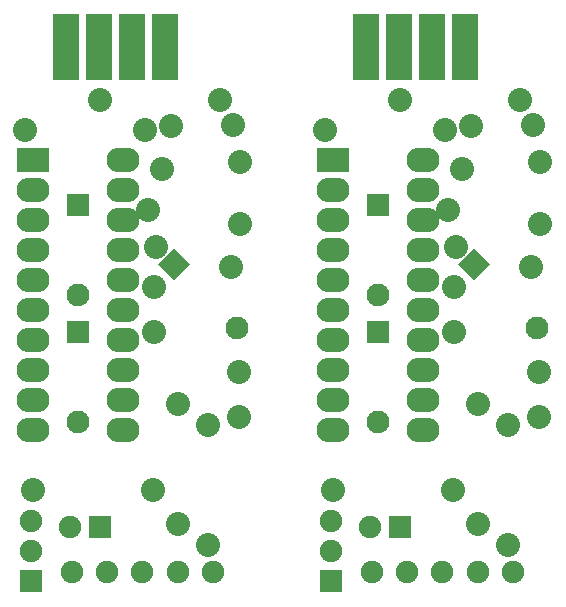
<source format=gbs>
G04 (created by PCBNEW-RS274X (2011-05-25)-stable) date Fri 31 Aug 2012 09:10:07 AM CDT*
G01*
G70*
G90*
%MOIN*%
G04 Gerber Fmt 3.4, Leading zero omitted, Abs format*
%FSLAX34Y34*%
G04 APERTURE LIST*
%ADD10C,0.006000*%
%ADD11C,0.075000*%
%ADD12C,0.080000*%
%ADD13R,0.110000X0.082000*%
%ADD14O,0.110000X0.082000*%
%ADD15R,0.090000X0.220000*%
%ADD16R,0.076000X0.076000*%
%ADD17C,0.076000*%
%ADD18R,0.075000X0.075000*%
G04 APERTURE END LIST*
G54D10*
G54D11*
X15581Y-18500D03*
X14400Y-18500D03*
X13219Y-18500D03*
X12038Y-18500D03*
X16762Y-18500D03*
G54D12*
X10500Y-03750D03*
X14500Y-03750D03*
X14750Y-15750D03*
X10750Y-15750D03*
X15600Y-16900D03*
X15600Y-12900D03*
X16600Y-17600D03*
X16600Y-13600D03*
X17614Y-13314D03*
X14786Y-10486D03*
X17614Y-11814D03*
X14786Y-08986D03*
X17347Y-08338D03*
X15053Y-05062D03*
X17664Y-04836D03*
X14836Y-07664D03*
X17647Y-06888D03*
X15353Y-03612D03*
X17414Y-03586D03*
X14586Y-06414D03*
X17000Y-02750D03*
X13000Y-02750D03*
G54D13*
X10750Y-04750D03*
G54D14*
X10750Y-05750D03*
X10750Y-06750D03*
X10750Y-07750D03*
X10750Y-08750D03*
X10750Y-09750D03*
X10750Y-10750D03*
X10750Y-11750D03*
X10750Y-12750D03*
X10750Y-13750D03*
X13750Y-13750D03*
X13750Y-12750D03*
X13750Y-11750D03*
X13750Y-10750D03*
X13750Y-09750D03*
X13750Y-08750D03*
X13750Y-07750D03*
X13750Y-06750D03*
X13750Y-05750D03*
X13750Y-04750D03*
G54D15*
X11850Y-01000D03*
X12950Y-01000D03*
X14050Y-01000D03*
X15150Y-01000D03*
G54D16*
X12250Y-10500D03*
G54D17*
X12250Y-13500D03*
G54D10*
G36*
X15976Y-08239D02*
X15439Y-08776D01*
X14902Y-08239D01*
X15439Y-07702D01*
X15976Y-08239D01*
X15976Y-08239D01*
G37*
G54D17*
X17561Y-10361D03*
G54D16*
X12250Y-06250D03*
G54D17*
X12250Y-09250D03*
G54D18*
X13000Y-17000D03*
G54D11*
X12000Y-17000D03*
G54D18*
X10700Y-18800D03*
G54D11*
X10700Y-17800D03*
X10700Y-16800D03*
G54D18*
X00700Y-18800D03*
G54D11*
X00700Y-17800D03*
X00700Y-16800D03*
G54D18*
X03000Y-17000D03*
G54D11*
X02000Y-17000D03*
G54D16*
X02250Y-06250D03*
G54D17*
X02250Y-09250D03*
G54D10*
G36*
X05976Y-08239D02*
X05439Y-08776D01*
X04902Y-08239D01*
X05439Y-07702D01*
X05976Y-08239D01*
X05976Y-08239D01*
G37*
G54D17*
X07561Y-10361D03*
G54D16*
X02250Y-10500D03*
G54D17*
X02250Y-13500D03*
G54D15*
X01850Y-01000D03*
X02950Y-01000D03*
X04050Y-01000D03*
X05150Y-01000D03*
G54D13*
X00750Y-04750D03*
G54D14*
X00750Y-05750D03*
X00750Y-06750D03*
X00750Y-07750D03*
X00750Y-08750D03*
X00750Y-09750D03*
X00750Y-10750D03*
X00750Y-11750D03*
X00750Y-12750D03*
X00750Y-13750D03*
X03750Y-13750D03*
X03750Y-12750D03*
X03750Y-11750D03*
X03750Y-10750D03*
X03750Y-09750D03*
X03750Y-08750D03*
X03750Y-07750D03*
X03750Y-06750D03*
X03750Y-05750D03*
X03750Y-04750D03*
G54D12*
X07000Y-02750D03*
X03000Y-02750D03*
X07414Y-03586D03*
X04586Y-06414D03*
X07647Y-06888D03*
X05353Y-03612D03*
X07664Y-04836D03*
X04836Y-07664D03*
X07347Y-08338D03*
X05053Y-05062D03*
X07614Y-11814D03*
X04786Y-08986D03*
X07614Y-13314D03*
X04786Y-10486D03*
X06600Y-17600D03*
X06600Y-13600D03*
X05600Y-16900D03*
X05600Y-12900D03*
X04750Y-15750D03*
X00750Y-15750D03*
X00500Y-03750D03*
X04500Y-03750D03*
G54D11*
X05581Y-18500D03*
X04400Y-18500D03*
X03219Y-18500D03*
X02038Y-18500D03*
X06762Y-18500D03*
M02*

</source>
